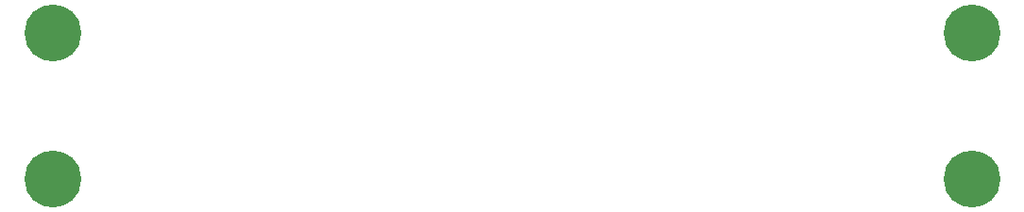
<source format=gts>
G04 #@! TF.GenerationSoftware,KiCad,Pcbnew,(5.1.8)-1*
G04 #@! TF.CreationDate,2023-04-09T21:37:19+02:00*
G04 #@! TF.ProjectId,BulkyModem FP2,42756c6b-794d-46f6-9465-6d204650322e,rev?*
G04 #@! TF.SameCoordinates,Original*
G04 #@! TF.FileFunction,Soldermask,Top*
G04 #@! TF.FilePolarity,Negative*
%FSLAX46Y46*%
G04 Gerber Fmt 4.6, Leading zero omitted, Abs format (unit mm)*
G04 Created by KiCad (PCBNEW (5.1.8)-1) date 2023-04-09 21:37:19*
%MOMM*%
%LPD*%
G01*
G04 APERTURE LIST*
%ADD10C,5.100000*%
G04 APERTURE END LIST*
D10*
X99915000Y-129099000D03*
X182265000Y-129099000D03*
X182265000Y-116049000D03*
X99915000Y-116049000D03*
M02*

</source>
